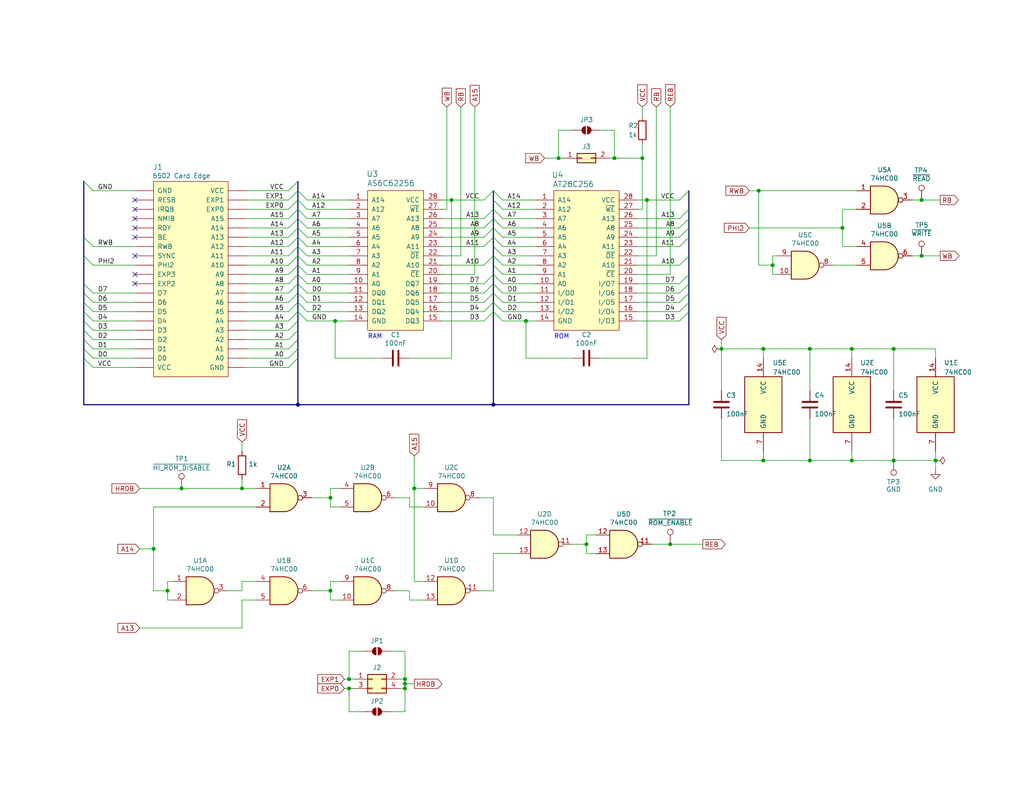
<source format=kicad_sch>
(kicad_sch (version 20250114) (generator "eeschema") (generator_version "9.0")
  (paper "USLetter")
  (title_block (title "6502 Memory Card") (date "2024-06-12") (rev "1.0") (company "A.C. Wright Design"))
  (lib_symbols
    (symbol "6502 Parts:6502 Card Edge" (pin_names (offset 1.016)) (in_bom no)
      (property "Reference" "J" (at -10.16 28.448 0))
      (property "Value" "6502 Card Edge" (at -5.588 26.924 0))
      (symbol "6502 Card Edge_1_0"
        (pin power_in line (at -15.24 22.86 0) (length 5.08) (name "GND") (number "GND"))
        (pin bidirectional line (at -15.24 20.32 0) (length 5.08) (name "RESB") (number "RESB"))
        (pin bidirectional line (at -15.24 17.78 0) (length 5.08) (name "IRQB") (number "IRQB"))
        (pin bidirectional line (at -15.24 15.24 0) (length 5.08) (name "NMIB") (number "NMIB"))
        (pin bidirectional line (at -15.24 12.7 0) (length 5.08) (name "RDY") (number "RDY"))
        (pin bidirectional line (at -15.24 10.16 0) (length 5.08) (name "BE") (number "BE"))
        (pin bidirectional line (at -15.24 7.62 0) (length 5.08) (name "RWB") (number "RWB"))
        (pin bidirectional line (at -15.24 5.08 0) (length 5.08) (name "SYNC") (number "SYNC"))
        (pin bidirectional line (at -15.24 2.54 0) (length 5.08) (name "PHI2") (number "PHI2"))
        (pin bidirectional line (at -15.24 0 0) (length 5.08) (name "EXP3") (number "EXP3"))
        (pin bidirectional line (at -15.24 -2.54 0) (length 5.08) (name "EXP2") (number "EXP2"))
        (pin bidirectional line (at -15.24 -5.08 0) (length 5.08) (name "D7") (number "D7"))
        (pin bidirectional line (at -15.24 -7.62 0) (length 5.08) (name "D6") (number "D6"))
        (pin bidirectional line (at -15.24 -10.16 0) (length 5.08) (name "D5") (number "D5"))
        (pin bidirectional line (at -15.24 -12.7 0) (length 5.08) (name "D4") (number "D4"))
        (pin bidirectional line (at -15.24 -15.24 0) (length 5.08) (name "D3") (number "D3"))
        (pin bidirectional line (at -15.24 -17.78 0) (length 5.08) (name "D2") (number "D2"))
        (pin bidirectional line (at -15.24 -20.32 0) (length 5.08) (name "D1") (number "D1"))
        (pin bidirectional line (at -15.24 -22.86 0) (length 5.08) (name "D0") (number "D0"))
        (pin power_in line (at -15.24 -25.4 0) (length 5.08) (name "VCC") (number "VCC"))
        (pin power_in line (at 15.24 22.86 180) (length 5.08) (name "VCC") (number "VCC"))
        (pin bidirectional line (at 15.24 20.32 180) (length 5.08) (name "EXP1") (number "EXP1"))
        (pin bidirectional line (at 15.24 17.78 180) (length 5.08) (name "EXP0") (number "EXP0"))
        (pin bidirectional line (at 15.24 15.24 180) (length 5.08) (name "A15") (number "A15"))
        (pin bidirectional line (at 15.24 12.7 180) (length 5.08) (name "A14") (number "A14"))
        (pin bidirectional line (at 15.24 10.16 180) (length 5.08) (name "A13") (number "A13"))
        (pin bidirectional line (at 15.24 7.62 180) (length 5.08) (name "A12") (number "A12"))
        (pin bidirectional line (at 15.24 5.08 180) (length 5.08) (name "A11") (number "A11"))
        (pin bidirectional line (at 15.24 2.54 180) (length 5.08) (name "A10") (number "A10"))
        (pin bidirectional line (at 15.24 0 180) (length 5.08) (name "A9") (number "A9"))
        (pin bidirectional line (at 15.24 -2.54 180) (length 5.08) (name "A8") (number "A8"))
        (pin bidirectional line (at 15.24 -5.08 180) (length 5.08) (name "A7") (number "A7"))
        (pin bidirectional line (at 15.24 -7.62 180) (length 5.08) (name "A6") (number "A6"))
        (pin bidirectional line (at 15.24 -10.16 180) (length 5.08) (name "A5") (number "A5"))
        (pin bidirectional line (at 15.24 -12.7 180) (length 5.08) (name "A4") (number "A4"))
        (pin bidirectional line (at 15.24 -15.24 180) (length 5.08) (name "A3") (number "A3"))
        (pin bidirectional line (at 15.24 -17.78 180) (length 5.08) (name "A2") (number "A2"))
        (pin bidirectional line (at 15.24 -20.32 180) (length 5.08) (name "A1") (number "A1"))
        (pin bidirectional line (at 15.24 -22.86 180) (length 5.08) (name "A0") (number "A0"))
        (pin power_in line (at 15.24 -25.4 180) (length 5.08) (name "GND") (number "GND"))
      )
    )
    (symbol "6502 Parts:AS6C62256" (pin_names (offset 1.016))
      (property "Reference" "U" (at 4.572 6.35 0))
      (property "Value" "AS6C62256" (at 4.826 4.064 0))
      (symbol "AS6C62256_1_0"
        (pin input line (at 0 0 0) (length 5.08) (name "A14") (number "1"))
        (pin input line (at 0 -2.54 0) (length 5.08) (name "A12") (number "2"))
        (pin input line (at 0 -5.08 0) (length 5.08) (name "A7") (number "3"))
        (pin input line (at 0 -7.62 0) (length 5.08) (name "A6") (number "4"))
        (pin input line (at 0 -10.16 0) (length 5.08) (name "A5") (number "5"))
        (pin input line (at 0 -12.7 0) (length 5.08) (name "A4") (number "6"))
        (pin input line (at 0 -15.24 0) (length 5.08) (name "A3") (number "7"))
        (pin input line (at 0 -17.78 0) (length 5.08) (name "A2") (number "8"))
        (pin input line (at 0 -20.32 0) (length 5.08) (name "A1") (number "9"))
        (pin input line (at 0 -22.86 0) (length 5.08) (name "A0") (number "10"))
        (pin bidirectional line (at 0 -25.4 0) (length 5.08) (name "DQ0") (number "11"))
        (pin bidirectional line (at 0 -27.94 0) (length 5.08) (name "DQ1") (number "12"))
        (pin bidirectional line (at 0 -30.48 0) (length 5.08) (name "DQ2") (number "13"))
        (pin power_in line (at 0 -33.02 0) (length 5.08) (name "GND") (number "14"))
        (pin power_in line (at 25.4 0 180) (length 5.08) (name "VCC") (number "28"))
        (pin input line (at 25.4 -2.54 180) (length 5.08) (name "~{WE}") (number "27"))
        (pin input line (at 25.4 -5.08 180) (length 5.08) (name "A13") (number "26"))
        (pin input line (at 25.4 -7.62 180) (length 5.08) (name "A8") (number "25"))
        (pin input line (at 25.4 -10.16 180) (length 5.08) (name "A9") (number "24"))
        (pin input line (at 25.4 -12.7 180) (length 5.08) (name "A11") (number "23"))
        (pin input line (at 25.4 -15.24 180) (length 5.08) (name "~{OE}") (number "22"))
        (pin input line (at 25.4 -17.78 180) (length 5.08) (name "A10") (number "21"))
        (pin input line (at 25.4 -20.32 180) (length 5.08) (name "~{CE}") (number "20"))
        (pin bidirectional line (at 25.4 -22.86 180) (length 5.08) (name "DQ7") (number "19"))
        (pin bidirectional line (at 25.4 -25.4 180) (length 5.08) (name "DQ6") (number "18"))
        (pin bidirectional line (at 25.4 -27.94 180) (length 5.08) (name "DQ5") (number "17"))
        (pin bidirectional line (at 25.4 -30.48 180) (length 5.08) (name "DQ4") (number "16"))
        (pin bidirectional line (at 25.4 -33.02 180) (length 5.08) (name "DQ3") (number "15"))
      )
    )
    (symbol "6502 Parts:AT28C256" (pin_names (offset 1.016))
      (property "Reference" "U" (at 4.826 6.858 0))
      (property "Value" "AT28C256" (at 4.826 4.318 0))
      (symbol "AT28C256_1_0"
        (pin bidirectional line (at 0 0 0) (length 5.08) (name "A14") (number "1"))
        (pin bidirectional line (at 0 -2.54 0) (length 5.08) (name "A12") (number "2"))
        (pin bidirectional line (at 0 -5.08 0) (length 5.08) (name "A7") (number "3"))
        (pin bidirectional line (at 0 -7.62 0) (length 5.08) (name "A6") (number "4"))
        (pin bidirectional line (at 0 -10.16 0) (length 5.08) (name "A5") (number "5"))
        (pin bidirectional line (at 0 -12.7 0) (length 5.08) (name "A4") (number "6"))
        (pin bidirectional line (at 0 -15.24 0) (length 5.08) (name "A3") (number "7"))
        (pin bidirectional line (at 0 -17.78 0) (length 5.08) (name "A2") (number "8"))
        (pin bidirectional line (at 0 -20.32 0) (length 5.08) (name "A1") (number "9"))
        (pin bidirectional line (at 0 -22.86 0) (length 5.08) (name "A0") (number "10"))
        (pin bidirectional line (at 0 -25.4 0) (length 5.08) (name "I/O0") (number "11"))
        (pin bidirectional line (at 0 -27.94 0) (length 5.08) (name "I/O1") (number "12"))
        (pin bidirectional line (at 0 -30.48 0) (length 5.08) (name "I/O2") (number "13"))
        (pin power_in line (at 0 -33.02 0) (length 5.08) (name "GND") (number "14"))
        (pin power_in line (at 27.94 0 180) (length 5.08) (name "VCC") (number "28"))
        (pin bidirectional line (at 27.94 -2.54 180) (length 5.08) (name "~{WE}") (number "27"))
        (pin bidirectional line (at 27.94 -5.08 180) (length 5.08) (name "A13") (number "26"))
        (pin bidirectional line (at 27.94 -7.62 180) (length 5.08) (name "A8") (number "25"))
        (pin bidirectional line (at 27.94 -10.16 180) (length 5.08) (name "A9") (number "24"))
        (pin bidirectional line (at 27.94 -12.7 180) (length 5.08) (name "A11") (number "23"))
        (pin bidirectional line (at 27.94 -15.24 180) (length 5.08) (name "~{OE}") (number "22"))
        (pin bidirectional line (at 27.94 -17.78 180) (length 5.08) (name "A10") (number "21"))
        (pin bidirectional line (at 27.94 -20.32 180) (length 5.08) (name "~{CE}") (number "20"))
        (pin bidirectional line (at 27.94 -22.86 180) (length 5.08) (name "I/O7") (number "19"))
        (pin bidirectional line (at 27.94 -25.4 180) (length 5.08) (name "I/O6") (number "18"))
        (pin bidirectional line (at 27.94 -27.94 180) (length 5.08) (name "I/O5") (number "17"))
        (pin bidirectional line (at 27.94 -30.48 180) (length 5.08) (name "I/O4") (number "16"))
        (pin bidirectional line (at 27.94 -33.02 180) (length 5.08) (name "I/O3") (number "15"))
      )
    )
    (symbol "74xx:74HC00" (pin_names (offset 1.016))
      (property "Reference" "U" (at 0 1.27 0))
      (property "Value" "74HC00" (at 0 -1.27 0))
      (symbol "74HC00_1_1"
        (pin input line (at -7.62 2.54 0) (length 3.81) (name "~") (number "1"))
        (pin input line (at -7.62 -2.54 0) (length 3.81) (name "~") (number "2"))
        (pin output inverted (at 7.62 0 180) (length 3.81) (name "~") (number "3"))
      )
      (symbol "74HC00_1_2"
        (pin input inverted (at -7.62 2.54 0) (length 4.318) (name "~") (number "1"))
        (pin input inverted (at -7.62 -2.54 0) (length 4.318) (name "~") (number "2"))
        (pin output line (at 7.62 0 180) (length 3.81) (name "~") (number "3"))
      )
      (symbol "74HC00_2_1"
        (pin input line (at -7.62 2.54 0) (length 3.81) (name "~") (number "4"))
        (pin input line (at -7.62 -2.54 0) (length 3.81) (name "~") (number "5"))
        (pin output inverted (at 7.62 0 180) (length 3.81) (name "~") (number "6"))
      )
      (symbol "74HC00_2_2"
        (pin input inverted (at -7.62 2.54 0) (length 4.318) (name "~") (number "4"))
        (pin input inverted (at -7.62 -2.54 0) (length 4.318) (name "~") (number "5"))
        (pin output line (at 7.62 0 180) (length 3.81) (name "~") (number "6"))
      )
      (symbol "74HC00_3_1"
        (pin input line (at -7.62 2.54 0) (length 3.81) (name "~") (number "9"))
        (pin input line (at -7.62 -2.54 0) (length 3.81) (name "~") (number "10"))
        (pin output inverted (at 7.62 0 180) (length 3.81) (name "~") (number "8"))
      )
      (symbol "74HC00_3_2"
        (pin input inverted (at -7.62 2.54 0) (length 4.318) (name "~") (number "9"))
        (pin input inverted (at -7.62 -2.54 0) (length 4.318) (name "~") (number "10"))
        (pin output line (at 7.62 0 180) (length 3.81) (name "~") (number "8"))
      )
      (symbol "74HC00_4_1"
        (pin input line (at -7.62 2.54 0) (length 3.81) (name "~") (number "12"))
        (pin input line (at -7.62 -2.54 0) (length 3.81) (name "~") (number "13"))
        (pin output inverted (at 7.62 0 180) (length 3.81) (name "~") (number "11"))
      )
      (symbol "74HC00_4_2"
        (pin input inverted (at -7.62 2.54 0) (length 4.318) (name "~") (number "12"))
        (pin input inverted (at -7.62 -2.54 0) (length 4.318) (name "~") (number "13"))
        (pin output line (at 7.62 0 180) (length 3.81) (name "~") (number "11"))
      )
      (symbol "74HC00_5_0"
        (pin power_in line (at 0 12.7 270) (length 5.08) (name "VCC") (number "14"))
        (pin power_in line (at 0 -12.7 90) (length 5.08) (name "GND") (number "7"))
      )
    )
    (symbol "Connector:TestPoint" (pin_numbers (hide yes)) (pin_names (offset 0.762) (hide yes))
      (property "Reference" "TP" (at 0 6.858 0))
      (property "Value" "TestPoint" (at 0 5.08 0))
      (symbol "TestPoint_1_1"
        (pin passive line (at 0 0 90) (length 2.54) (name "1") (number "1"))
      )
    )
    (symbol "Connector_Generic:Conn_02x01" (pin_names (offset 1.016) (hide yes))
      (property "Reference" "J" (at 1.27 2.54 0))
      (property "Value" "Conn_02x01" (at 1.27 -2.54 0))
      (symbol "Conn_02x01_1_1"
        (pin passive line (at -5.08 0 0) (length 3.81) (name "Pin_1") (number "1"))
        (pin passive line (at 7.62 0 180) (length 3.81) (name "Pin_2") (number "2"))
      )
    )
    (symbol "Connector_Generic:Conn_02x02_Odd_Even" (pin_names (offset 1.016) (hide yes))
      (property "Reference" "J" (at 1.27 2.54 0))
      (property "Value" "Conn_02x02_Odd_Even" (at 1.27 -5.08 0))
      (symbol "Conn_02x02_Odd_Even_1_1"
        (pin passive line (at -5.08 0 0) (length 3.81) (name "Pin_1") (number "1"))
        (pin passive line (at -5.08 -2.54 0) (length 3.81) (name "Pin_3") (number "3"))
        (pin passive line (at 7.62 0 180) (length 3.81) (name "Pin_2") (number "2"))
        (pin passive line (at 7.62 -2.54 180) (length 3.81) (name "Pin_4") (number "4"))
      )
    )
    (symbol "Device:C" (pin_numbers (hide yes)) (pin_names (offset 0.254))
      (property "Reference" "C" (at 0.635 2.54 0))
      (property "Value" "C" (at 0.635 -2.54 0))
      (symbol "C_1_1"
        (pin passive line (at 0 3.81 270) (length 2.794) (name "~") (number "1"))
        (pin passive line (at 0 -3.81 90) (length 2.794) (name "~") (number "2"))
      )
    )
    (symbol "Device:R" (pin_numbers (hide yes)) (pin_names (offset 0))
      (property "Reference" "R" (at 2.032 0 90))
      (property "Value" "R" (at 0 0 90))
      (symbol "R_1_1"
        (pin passive line (at 0 3.81 270) (length 1.27) (name "~") (number "1"))
        (pin passive line (at 0 -3.81 90) (length 1.27) (name "~") (number "2"))
      )
    )
    (symbol "Jumper:SolderJumper_2_Open" (pin_numbers (hide yes)) (pin_names (offset 0) (hide yes)) (exclude_from_sim yes) (in_bom no)
      (property "Reference" "JP" (at 0 2.032 0))
      (property "Value" "SolderJumper_2_Open" (at 0 -2.54 0))
      (symbol "SolderJumper_2_Open_1_1"
        (pin passive line (at -3.81 0 0) (length 2.54) (name "A") (number "1"))
        (pin passive line (at 3.81 0 180) (length 2.54) (name "B") (number "2"))
      )
    )
    (symbol "power:GND" (power) (pin_numbers (hide yes)) (pin_names (offset 0) (hide yes))
      (property "Value" "GND" (at 0 -3.81 0))
      (symbol "GND_1_1"
        (pin power_in line (at 0 0 270) (length 0) (name "~") (number "1"))
      )
    )
    (symbol "power:PWR_FLAG" (power) (pin_numbers (hide yes)) (pin_names (offset 0) (hide yes))
      (property "Value" "PWR_FLAG" (at 0 3.81 0))
      (symbol "PWR_FLAG_0_0"
        (pin power_out line (at 0 0 90) (length 0) (name "~") (number "1"))
      )
    )
  )
  (text "RAM" (at 100.33 92.71 0) (effects (font (size 1.27 1.27)) (justify left bottom)))
  (text "ROM" (at 151.13 92.71 0) (effects (font (size 1.27 1.27)) (justify left bottom)))
  (junction (at 210.82 72.39))
  (junction (at 175.26 43.18))
  (junction (at 220.98 95.25))
  (junction (at 208.28 95.25))
  (junction (at 90.17 135.89))
  (junction (at 66.04 133.35))
  (junction (at 123.19 54.61))
  (junction (at 95.25 185.42))
  (junction (at 207.01 52.07))
  (junction (at 134.62 110.49))
  (junction (at 91.44 87.63))
  (junction (at 255.27 125.73))
  (junction (at 243.84 125.73))
  (junction (at 81.28 110.49))
  (junction (at 229.87 62.23))
  (junction (at 196.85 95.25))
  (junction (at 220.98 125.73))
  (junction (at 232.41 95.25))
  (junction (at 160.02 148.59))
  (junction (at 90.17 161.29))
  (junction (at 251.46 54.61))
  (junction (at 182.88 148.59))
  (junction (at 208.28 125.73))
  (junction (at 49.53 133.35))
  (junction (at 110.49 187.96))
  (junction (at 95.25 187.96))
  (junction (at 110.49 185.42))
  (junction (at 113.03 133.35))
  (junction (at 45.72 161.29))
  (junction (at 41.91 149.86))
  (junction (at 232.41 125.73))
  (junction (at 167.64 43.18))
  (junction (at 243.84 95.25))
  (junction (at 251.46 69.85))
  (junction (at 176.53 54.61))
  (junction (at 143.51 87.63))
  (junction (at 110.49 186.69))
  (junction (at 152.4 43.18))
  (no_connect (at 36.83 64.77))
  (no_connect (at 36.83 54.61))
  (no_connect (at 36.83 59.69))
  (no_connect (at 36.83 57.15))
  (no_connect (at 36.83 69.85))
  (no_connect (at 36.83 77.47))
  (no_connect (at 36.83 74.93))
  (no_connect (at 36.83 62.23))
  (bus_entry (at 134.62 64.77) (size 2.54 2.54))
  (bus_entry (at 81.28 77.47) (size 2.54 2.54))
  (bus_entry (at 187.96 62.23) (size -2.54 2.54))
  (bus_entry (at 78.74 100.33) (size 2.54 -2.54))
  (bus_entry (at 81.28 74.93) (size 2.54 2.54))
  (bus_entry (at 22.86 77.47) (size 2.54 2.54))
  (bus_entry (at 81.28 69.85) (size 2.54 2.54))
  (bus_entry (at 78.74 52.07) (size 2.54 -2.54))
  (bus_entry (at 134.62 85.09) (size -2.54 2.54))
  (bus_entry (at 81.28 54.61) (size 2.54 2.54))
  (bus_entry (at 81.28 67.31) (size 2.54 2.54))
  (bus_entry (at 81.28 92.71) (size -2.54 2.54))
  (bus_entry (at 81.28 59.69) (size -2.54 2.54))
  (bus_entry (at 22.86 49.53) (size 2.54 2.54))
  (bus_entry (at 22.86 97.79) (size 2.54 2.54))
  (bus_entry (at 81.28 80.01) (size -2.54 2.54))
  (bus_entry (at 134.62 80.01) (size -2.54 2.54))
  (bus_entry (at 187.96 74.93) (size -2.54 2.54))
  (bus_entry (at 134.62 82.55) (size 2.54 2.54))
  (bus_entry (at 81.28 82.55) (size -2.54 2.54))
  (bus_entry (at 187.96 52.07) (size -2.54 2.54))
  (bus_entry (at 81.28 64.77) (size -2.54 2.54))
  (bus_entry (at 81.28 52.07) (size 2.54 2.54))
  (bus_entry (at 81.28 72.39) (size -2.54 2.54))
  (bus_entry (at 81.28 95.25) (size -2.54 2.54))
  (bus_entry (at 22.86 80.01) (size 2.54 2.54))
  (bus_entry (at 134.62 80.01) (size 2.54 2.54))
  (bus_entry (at 134.62 74.93) (size -2.54 2.54))
  (bus_entry (at 134.62 74.93) (size 2.54 2.54))
  (bus_entry (at 134.62 57.15) (size 2.54 2.54))
  (bus_entry (at 134.62 54.61) (size 2.54 2.54))
  (bus_entry (at 187.96 64.77) (size -2.54 2.54))
  (bus_entry (at 81.28 62.23) (size -2.54 2.54))
  (bus_entry (at 22.86 87.63) (size 2.54 2.54))
  (bus_entry (at 22.86 90.17) (size 2.54 2.54))
  (bus_entry (at 134.62 62.23) (size -2.54 2.54))
  (bus_entry (at 81.28 87.63) (size -2.54 2.54))
  (bus_entry (at 134.62 52.07) (size -2.54 2.54))
  (bus_entry (at 81.28 69.85) (size -2.54 2.54))
  (bus_entry (at 81.28 57.15) (size -2.54 2.54))
  (bus_entry (at 134.62 77.47) (size -2.54 2.54))
  (bus_entry (at 134.62 85.09) (size 2.54 2.54))
  (bus_entry (at 134.62 72.39) (size 2.54 2.54))
  (bus_entry (at 81.28 74.93) (size -2.54 2.54))
  (bus_entry (at 22.86 85.09) (size 2.54 2.54))
  (bus_entry (at 81.28 59.69) (size 2.54 2.54))
  (bus_entry (at 187.96 85.09) (size -2.54 2.54))
  (bus_entry (at 134.62 52.07) (size 2.54 2.54))
  (bus_entry (at 81.28 72.39) (size 2.54 2.54))
  (bus_entry (at 81.28 54.61) (size -2.54 2.54))
  (bus_entry (at 187.96 59.69) (size -2.54 2.54))
  (bus_entry (at 187.96 77.47) (size -2.54 2.54))
  (bus_entry (at 81.28 85.09) (size -2.54 2.54))
  (bus_entry (at 22.86 82.55) (size 2.54 2.54))
  (bus_entry (at 81.28 62.23) (size 2.54 2.54))
  (bus_entry (at 81.28 77.47) (size -2.54 2.54))
  (bus_entry (at 81.28 67.31) (size -2.54 2.54))
  (bus_entry (at 22.86 92.71) (size 2.54 2.54))
  (bus_entry (at 81.28 57.15) (size 2.54 2.54))
  (bus_entry (at 187.96 80.01) (size -2.54 2.54))
  (bus_entry (at 134.62 62.23) (size 2.54 2.54))
  (bus_entry (at 22.86 95.25) (size 2.54 2.54))
  (bus_entry (at 134.62 59.69) (size 2.54 2.54))
  (bus_entry (at 134.62 69.85) (size 2.54 2.54))
  (bus_entry (at 187.96 57.15) (size -2.54 2.54))
  (bus_entry (at 187.96 69.85) (size -2.54 2.54))
  (bus_entry (at 134.62 59.69) (size -2.54 2.54))
  (bus_entry (at 134.62 77.47) (size 2.54 2.54))
  (bus_entry (at 81.28 90.17) (size -2.54 2.54))
  (bus_entry (at 22.86 69.85) (size 2.54 2.54))
  (bus_entry (at 81.28 80.01) (size 2.54 2.54))
  (bus_entry (at 134.62 57.15) (size -2.54 2.54))
  (bus_entry (at 134.62 64.77) (size -2.54 2.54))
  (bus_entry (at 134.62 67.31) (size 2.54 2.54))
  (bus_entry (at 81.28 52.07) (size -2.54 2.54))
  (bus_entry (at 134.62 69.85) (size -2.54 2.54))
  (bus_entry (at 134.62 82.55) (size -2.54 2.54))
  (bus_entry (at 81.28 64.77) (size 2.54 2.54))
  (bus_entry (at 22.86 64.77) (size 2.54 2.54))
  (bus_entry (at 187.96 82.55) (size -2.54 2.54))
  (bus_entry (at 81.28 85.09) (size 2.54 2.54))
  (bus_entry (at 81.28 82.55) (size 2.54 2.54))
  (wire (pts (xy 137.16 54.61) (xy 146.05 54.61)))
  (wire (pts (xy 120.65 69.85) (xy 125.73 69.85)))
  (wire (pts (xy 196.85 114.3) (xy 196.85 125.73)))
  (wire (pts (xy 185.42 64.77) (xy 173.99 64.77)))
  (wire (pts (xy 167.64 43.18) (xy 175.26 43.18)))
  (wire (pts (xy 185.42 82.55) (xy 173.99 82.55)))
  (wire (pts (xy 232.41 125.73) (xy 232.41 123.19)))
  (wire (pts (xy 41.91 149.86) (xy 41.91 138.43)))
  (wire (pts (xy 36.83 87.63) (xy 25.4 87.63)))
  (wire (pts (xy 166.37 43.18) (xy 167.64 43.18)))
  (wire (pts (xy 229.87 57.15) (xy 229.87 62.23)))
  (wire (pts (xy 113.03 158.75) (xy 115.57 158.75)))
  (wire (pts (xy 212.09 74.93) (xy 210.82 74.93)))
  (wire (pts (xy 185.42 59.69) (xy 173.99 59.69)))
  (wire (pts (xy 132.08 72.39) (xy 120.65 72.39)))
  (wire (pts (xy 232.41 95.25) (xy 243.84 95.25)))
  (wire (pts (xy 95.25 177.8) (xy 99.06 177.8)))
  (wire (pts (xy 113.03 133.35) (xy 113.03 158.75)))
  (bus (pts (xy 81.28 97.79) (xy 81.28 110.49)))
  (wire (pts (xy 111.76 97.79) (xy 123.19 97.79)))
  (wire (pts (xy 95.25 87.63) (xy 91.44 87.63)))
  (wire (pts (xy 67.31 64.77) (xy 78.74 64.77)))
  (bus (pts (xy 134.62 82.55) (xy 134.62 85.09)))
  (wire (pts (xy 176.53 97.79) (xy 176.53 54.61)))
  (bus (pts (xy 81.28 62.23) (xy 81.28 64.77)))
  (wire (pts (xy 36.83 82.55) (xy 25.4 82.55)))
  (wire (pts (xy 229.87 62.23) (xy 204.47 62.23)))
  (wire (pts (xy 45.72 161.29) (xy 41.91 161.29)))
  (wire (pts (xy 132.08 67.31) (xy 120.65 67.31)))
  (wire (pts (xy 243.84 125.73) (xy 255.27 125.73)))
  (wire (pts (xy 90.17 138.43) (xy 92.71 138.43)))
  (wire (pts (xy 95.25 194.31) (xy 99.06 194.31)))
  (bus (pts (xy 187.96 77.47) (xy 187.96 80.01)))
  (wire (pts (xy 36.83 97.79) (xy 25.4 97.79)))
  (wire (pts (xy 196.85 125.73) (xy 208.28 125.73)))
  (wire (pts (xy 95.25 74.93) (xy 83.82 74.93)))
  (wire (pts (xy 95.25 80.01) (xy 83.82 80.01)))
  (bus (pts (xy 134.62 69.85) (xy 134.62 72.39)))
  (wire (pts (xy 196.85 95.25) (xy 208.28 95.25)))
  (bus (pts (xy 134.62 52.07) (xy 134.62 54.61)))
  (wire (pts (xy 120.65 80.01) (xy 132.08 80.01)))
  (wire (pts (xy 95.25 194.31) (xy 95.25 187.96)))
  (wire (pts (xy 83.82 67.31) (xy 95.25 67.31)))
  (wire (pts (xy 25.4 95.25) (xy 36.83 95.25)))
  (wire (pts (xy 111.76 161.29) (xy 107.95 161.29)))
  (wire (pts (xy 36.83 92.71) (xy 25.4 92.71)))
  (wire (pts (xy 90.17 163.83) (xy 92.71 163.83)))
  (wire (pts (xy 210.82 69.85) (xy 212.09 69.85)))
  (bus (pts (xy 187.96 62.23) (xy 187.96 64.77)))
  (wire (pts (xy 90.17 135.89) (xy 90.17 138.43)))
  (wire (pts (xy 25.4 52.07) (xy 36.83 52.07)))
  (bus (pts (xy 187.96 82.55) (xy 187.96 85.09)))
  (wire (pts (xy 45.72 163.83) (xy 46.99 163.83)))
  (wire (pts (xy 210.82 74.93) (xy 210.82 72.39)))
  (wire (pts (xy 146.05 57.15) (xy 137.16 57.15)))
  (wire (pts (xy 210.82 72.39) (xy 210.82 69.85)))
  (wire (pts (xy 173.99 74.93) (xy 182.88 74.93)))
  (wire (pts (xy 220.98 106.68) (xy 220.98 95.25)))
  (bus (pts (xy 22.86 110.49) (xy 81.28 110.49)))
  (wire (pts (xy 25.4 67.31) (xy 36.83 67.31)))
  (wire (pts (xy 255.27 125.73) (xy 255.27 128.27)))
  (wire (pts (xy 41.91 138.43) (xy 69.85 138.43)))
  (wire (pts (xy 83.82 85.09) (xy 95.25 85.09)))
  (wire (pts (xy 220.98 114.3) (xy 220.98 125.73)))
  (bus (pts (xy 22.86 95.25) (xy 22.86 97.79)))
  (wire (pts (xy 207.01 52.07) (xy 233.68 52.07)))
  (bus (pts (xy 22.86 64.77) (xy 22.86 69.85)))
  (wire (pts (xy 173.99 62.23) (xy 185.42 62.23)))
  (wire (pts (xy 106.68 177.8) (xy 110.49 177.8)))
  (wire (pts (xy 110.49 186.69) (xy 113.03 186.69)))
  (wire (pts (xy 83.82 57.15) (xy 95.25 57.15)))
  (wire (pts (xy 120.65 77.47) (xy 132.08 77.47)))
  (wire (pts (xy 132.08 85.09) (xy 120.65 85.09)))
  (wire (pts (xy 132.08 62.23) (xy 120.65 62.23)))
  (wire (pts (xy 196.85 95.25) (xy 196.85 92.71)))
  (wire (pts (xy 134.62 135.89) (xy 134.62 146.05)))
  (wire (pts (xy 46.99 158.75) (xy 45.72 158.75)))
  (bus (pts (xy 134.62 57.15) (xy 134.62 59.69)))
  (bus (pts (xy 22.86 69.85) (xy 22.86 77.47)))
  (wire (pts (xy 83.82 72.39) (xy 95.25 72.39)))
  (bus (pts (xy 187.96 80.01) (xy 187.96 82.55)))
  (wire (pts (xy 220.98 125.73) (xy 232.41 125.73)))
  (wire (pts (xy 255.27 125.73) (xy 255.27 123.19)))
  (wire (pts (xy 137.16 59.69) (xy 146.05 59.69)))
  (bus (pts (xy 81.28 59.69) (xy 81.28 62.23)))
  (wire (pts (xy 115.57 163.83) (xy 111.76 163.83)))
  (bus (pts (xy 81.28 72.39) (xy 81.28 74.93)))
  (wire (pts (xy 67.31 82.55) (xy 78.74 82.55)))
  (wire (pts (xy 146.05 87.63) (xy 143.51 87.63)))
  (wire (pts (xy 176.53 54.61) (xy 185.42 54.61)))
  (wire (pts (xy 25.4 80.01) (xy 36.83 80.01)))
  (wire (pts (xy 173.99 72.39) (xy 185.42 72.39)))
  (wire (pts (xy 137.16 74.93) (xy 146.05 74.93)))
  (wire (pts (xy 248.92 54.61) (xy 251.46 54.61)))
  (wire (pts (xy 140.97 151.13) (xy 134.62 151.13)))
  (wire (pts (xy 185.42 87.63) (xy 173.99 87.63)))
  (bus (pts (xy 134.62 74.93) (xy 134.62 77.47)))
  (wire (pts (xy 83.82 64.77) (xy 95.25 64.77)))
  (wire (pts (xy 232.41 125.73) (xy 243.84 125.73)))
  (wire (pts (xy 137.16 85.09) (xy 146.05 85.09)))
  (bus (pts (xy 22.86 87.63) (xy 22.86 90.17)))
  (wire (pts (xy 67.31 95.25) (xy 78.74 95.25)))
  (wire (pts (xy 243.84 95.25) (xy 255.27 95.25)))
  (wire (pts (xy 67.31 52.07) (xy 78.74 52.07)))
  (bus (pts (xy 81.28 52.07) (xy 81.28 54.61)))
  (wire (pts (xy 132.08 87.63) (xy 120.65 87.63)))
  (wire (pts (xy 143.51 87.63) (xy 143.51 97.79)))
  (wire (pts (xy 113.03 133.35) (xy 113.03 124.46)))
  (wire (pts (xy 208.28 97.79) (xy 208.28 95.25)))
  (wire (pts (xy 163.83 97.79) (xy 176.53 97.79)))
  (wire (pts (xy 248.92 69.85) (xy 251.46 69.85)))
  (wire (pts (xy 210.82 72.39) (xy 207.01 72.39)))
  (wire (pts (xy 208.28 125.73) (xy 220.98 125.73)))
  (wire (pts (xy 95.25 54.61) (xy 83.82 54.61)))
  (wire (pts (xy 45.72 158.75) (xy 45.72 161.29)))
  (wire (pts (xy 90.17 133.35) (xy 90.17 135.89)))
  (wire (pts (xy 111.76 135.89) (xy 107.95 135.89)))
  (wire (pts (xy 163.83 35.56) (xy 167.64 35.56)))
  (bus (pts (xy 81.28 64.77) (xy 81.28 67.31)))
  (wire (pts (xy 111.76 138.43) (xy 111.76 135.89)))
  (wire (pts (xy 160.02 151.13) (xy 162.56 151.13)))
  (bus (pts (xy 81.28 87.63) (xy 81.28 90.17)))
  (wire (pts (xy 110.49 187.96) (xy 110.49 194.31)))
  (wire (pts (xy 96.52 187.96) (xy 95.25 187.96)))
  (wire (pts (xy 173.99 57.15) (xy 175.26 57.15)))
  (wire (pts (xy 91.44 87.63) (xy 91.44 97.79)))
  (wire (pts (xy 110.49 194.31) (xy 106.68 194.31)))
  (wire (pts (xy 49.53 133.35) (xy 38.1 133.35)))
  (wire (pts (xy 67.31 87.63) (xy 78.74 87.63)))
  (wire (pts (xy 251.46 54.61) (xy 256.54 54.61)))
  (wire (pts (xy 110.49 177.8) (xy 110.49 185.42)))
  (wire (pts (xy 182.88 148.59) (xy 191.77 148.59)))
  (wire (pts (xy 134.62 161.29) (xy 134.62 151.13)))
  (wire (pts (xy 25.4 90.17) (xy 36.83 90.17)))
  (wire (pts (xy 67.31 69.85) (xy 78.74 69.85)))
  (wire (pts (xy 160.02 148.59) (xy 160.02 151.13)))
  (wire (pts (xy 175.26 31.75) (xy 175.26 29.21)))
  (wire (pts (xy 130.81 161.29) (xy 134.62 161.29)))
  (wire (pts (xy 146.05 72.39) (xy 137.16 72.39)))
  (bus (pts (xy 187.96 69.85) (xy 187.96 74.93)))
  (wire (pts (xy 111.76 163.83) (xy 111.76 161.29)))
  (wire (pts (xy 208.28 95.25) (xy 220.98 95.25)))
  (wire (pts (xy 92.71 133.35) (xy 90.17 133.35)))
  (wire (pts (xy 175.26 57.15) (xy 175.26 43.18)))
  (bus (pts (xy 81.28 95.25) (xy 81.28 97.79)))
  (wire (pts (xy 115.57 133.35) (xy 113.03 133.35)))
  (wire (pts (xy 255.27 95.25) (xy 255.27 97.79)))
  (wire (pts (xy 177.8 148.59) (xy 182.88 148.59)))
  (wire (pts (xy 207.01 52.07) (xy 204.47 52.07)))
  (wire (pts (xy 95.25 177.8) (xy 95.25 185.42)))
  (bus (pts (xy 81.28 82.55) (xy 81.28 85.09)))
  (wire (pts (xy 78.74 85.09) (xy 67.31 85.09)))
  (wire (pts (xy 25.4 85.09) (xy 36.83 85.09)))
  (wire (pts (xy 90.17 161.29) (xy 90.17 163.83)))
  (wire (pts (xy 78.74 90.17) (xy 67.31 90.17)))
  (wire (pts (xy 78.74 97.79) (xy 67.31 97.79)))
  (wire (pts (xy 83.82 59.69) (xy 95.25 59.69)))
  (wire (pts (xy 95.25 185.42) (xy 93.98 185.42)))
  (bus (pts (xy 81.28 110.49) (xy 134.62 110.49)))
  (bus (pts (xy 134.62 54.61) (xy 134.62 57.15)))
  (wire (pts (xy 120.65 59.69) (xy 132.08 59.69)))
  (wire (pts (xy 67.31 77.47) (xy 78.74 77.47)))
  (bus (pts (xy 187.96 85.09) (xy 187.96 110.49)))
  (wire (pts (xy 67.31 54.61) (xy 78.74 54.61)))
  (wire (pts (xy 173.99 85.09) (xy 185.42 85.09)))
  (wire (pts (xy 69.85 133.35) (xy 66.04 133.35)))
  (wire (pts (xy 109.22 185.42) (xy 110.49 185.42)))
  (wire (pts (xy 120.65 82.55) (xy 132.08 82.55)))
  (wire (pts (xy 129.54 74.93) (xy 129.54 29.21)))
  (bus (pts (xy 81.28 69.85) (xy 81.28 72.39)))
  (wire (pts (xy 173.99 54.61) (xy 176.53 54.61)))
  (wire (pts (xy 67.31 92.71) (xy 78.74 92.71)))
  (wire (pts (xy 66.04 130.81) (xy 66.04 133.35)))
  (wire (pts (xy 160.02 146.05) (xy 160.02 148.59)))
  (wire (pts (xy 146.05 82.55) (xy 137.16 82.55)))
  (wire (pts (xy 67.31 59.69) (xy 78.74 59.69)))
  (bus (pts (xy 134.62 62.23) (xy 134.62 64.77)))
  (wire (pts (xy 130.81 135.89) (xy 134.62 135.89)))
  (wire (pts (xy 66.04 158.75) (xy 69.85 158.75)))
  (bus (pts (xy 81.28 54.61) (xy 81.28 57.15)))
  (wire (pts (xy 25.4 100.33) (xy 36.83 100.33)))
  (wire (pts (xy 66.04 133.35) (xy 49.53 133.35)))
  (bus (pts (xy 134.62 77.47) (xy 134.62 80.01)))
  (wire (pts (xy 207.01 72.39) (xy 207.01 52.07)))
  (bus (pts (xy 22.86 92.71) (xy 22.86 95.25)))
  (wire (pts (xy 120.65 74.93) (xy 129.54 74.93)))
  (bus (pts (xy 22.86 82.55) (xy 22.86 85.09)))
  (wire (pts (xy 123.19 97.79) (xy 123.19 54.61)))
  (bus (pts (xy 22.86 85.09) (xy 22.86 87.63)))
  (wire (pts (xy 162.56 146.05) (xy 160.02 146.05)))
  (wire (pts (xy 156.21 35.56) (xy 152.4 35.56)))
  (wire (pts (xy 110.49 187.96) (xy 109.22 187.96)))
  (wire (pts (xy 90.17 158.75) (xy 92.71 158.75)))
  (wire (pts (xy 66.04 123.19) (xy 66.04 120.65)))
  (wire (pts (xy 229.87 67.31) (xy 233.68 67.31)))
  (wire (pts (xy 167.64 35.56) (xy 167.64 43.18)))
  (wire (pts (xy 83.82 82.55) (xy 95.25 82.55)))
  (wire (pts (xy 66.04 163.83) (xy 66.04 171.45)))
  (bus (pts (xy 187.96 52.07) (xy 187.96 57.15)))
  (wire (pts (xy 185.42 77.47) (xy 173.99 77.47)))
  (bus (pts (xy 22.86 80.01) (xy 22.86 82.55)))
  (wire (pts (xy 233.68 57.15) (xy 229.87 57.15)))
  (wire (pts (xy 232.41 95.25) (xy 232.41 97.79)))
  (wire (pts (xy 173.99 67.31) (xy 185.42 67.31)))
  (wire (pts (xy 146.05 77.47) (xy 137.16 77.47)))
  (wire (pts (xy 143.51 87.63) (xy 137.16 87.63)))
  (wire (pts (xy 146.05 62.23) (xy 137.16 62.23)))
  (bus (pts (xy 134.62 67.31) (xy 134.62 69.85)))
  (wire (pts (xy 137.16 64.77) (xy 146.05 64.77)))
  (bus (pts (xy 187.96 64.77) (xy 187.96 69.85)))
  (wire (pts (xy 91.44 87.63) (xy 83.82 87.63)))
  (wire (pts (xy 85.09 161.29) (xy 90.17 161.29)))
  (bus (pts (xy 81.28 90.17) (xy 81.28 92.71)))
  (wire (pts (xy 95.25 62.23) (xy 83.82 62.23)))
  (wire (pts (xy 41.91 149.86) (xy 38.1 149.86)))
  (bus (pts (xy 134.62 64.77) (xy 134.62 67.31)))
  (wire (pts (xy 137.16 69.85) (xy 146.05 69.85)))
  (wire (pts (xy 173.99 80.01) (xy 185.42 80.01)))
  (wire (pts (xy 227.33 72.39) (xy 233.68 72.39)))
  (wire (pts (xy 69.85 163.83) (xy 66.04 163.83)))
  (wire (pts (xy 41.91 161.29) (xy 41.91 149.86)))
  (bus (pts (xy 187.96 57.15) (xy 187.96 59.69)))
  (wire (pts (xy 67.31 74.93) (xy 78.74 74.93)))
  (wire (pts (xy 123.19 54.61) (xy 132.08 54.61)))
  (bus (pts (xy 81.28 85.09) (xy 81.28 87.63)))
  (wire (pts (xy 175.26 43.18) (xy 175.26 39.37)))
  (wire (pts (xy 95.25 69.85) (xy 83.82 69.85)))
  (wire (pts (xy 251.46 69.85) (xy 256.54 69.85)))
  (bus (pts (xy 81.28 92.71) (xy 81.28 95.25)))
  (bus (pts (xy 81.28 74.93) (xy 81.28 77.47)))
  (wire (pts (xy 91.44 97.79) (xy 104.14 97.79)))
  (wire (pts (xy 83.82 77.47) (xy 95.25 77.47)))
  (bus (pts (xy 134.62 72.39) (xy 134.62 74.93)))
  (wire (pts (xy 78.74 80.01) (xy 67.31 80.01)))
  (bus (pts (xy 134.62 59.69) (xy 134.62 62.23)))
  (wire (pts (xy 78.74 62.23) (xy 67.31 62.23)))
  (wire (pts (xy 120.65 57.15) (xy 121.92 57.15)))
  (wire (pts (xy 156.21 148.59) (xy 160.02 148.59)))
  (wire (pts (xy 220.98 95.25) (xy 232.41 95.25)))
  (wire (pts (xy 110.49 186.69) (xy 110.49 187.96)))
  (bus (pts (xy 81.28 80.01) (xy 81.28 82.55)))
  (wire (pts (xy 96.52 185.42) (xy 95.25 185.42)))
  (wire (pts (xy 90.17 158.75) (xy 90.17 161.29)))
  (wire (pts (xy 67.31 100.33) (xy 78.74 100.33)))
  (bus (pts (xy 134.62 80.01) (xy 134.62 82.55)))
  (wire (pts (xy 179.07 69.85) (xy 179.07 29.21)))
  (wire (pts (xy 110.49 185.42) (xy 110.49 186.69)))
  (wire (pts (xy 243.84 114.3) (xy 243.84 125.73)))
  (wire (pts (xy 208.28 125.73) (xy 208.28 123.19)))
  (wire (pts (xy 66.04 171.45) (xy 38.1 171.45)))
  (bus (pts (xy 22.86 49.53) (xy 22.86 64.77)))
  (wire (pts (xy 120.65 64.77) (xy 132.08 64.77)))
  (bus (pts (xy 134.62 110.49) (xy 187.96 110.49)))
  (wire (pts (xy 62.23 161.29) (xy 66.04 161.29)))
  (wire (pts (xy 229.87 62.23) (xy 229.87 67.31)))
  (wire (pts (xy 173.99 69.85) (xy 179.07 69.85)))
  (bus (pts (xy 81.28 77.47) (xy 81.28 80.01)))
  (wire (pts (xy 78.74 67.31) (xy 67.31 67.31)))
  (wire (pts (xy 120.65 54.61) (xy 123.19 54.61)))
  (wire (pts (xy 143.51 97.79) (xy 156.21 97.79)))
  (wire (pts (xy 45.72 161.29) (xy 45.72 163.83)))
  (bus (pts (xy 22.86 77.47) (xy 22.86 80.01)))
  (bus (pts (xy 22.86 97.79) (xy 22.86 110.49)))
  (wire (pts (xy 146.05 67.31) (xy 137.16 67.31)))
  (wire (pts (xy 153.67 43.18) (xy 152.4 43.18)))
  (bus (pts (xy 187.96 74.93) (xy 187.96 77.47)))
  (wire (pts (xy 196.85 95.25) (xy 196.85 106.68)))
  (bus (pts (xy 134.62 85.09) (xy 134.62 110.49)))
  (wire (pts (xy 243.84 95.25) (xy 243.84 106.68)))
  (wire (pts (xy 137.16 80.01) (xy 146.05 80.01)))
  (wire (pts (xy 134.62 146.05) (xy 140.97 146.05)))
  (wire (pts (xy 25.4 72.39) (xy 36.83 72.39)))
  (wire (pts (xy 85.09 135.89) (xy 90.17 135.89)))
  (wire (pts (xy 78.74 57.15) (xy 67.31 57.15)))
  (wire (pts (xy 152.4 35.56) (xy 152.4 43.18)))
  (wire (pts (xy 152.4 43.18) (xy 148.59 43.18)))
  (wire (pts (xy 66.04 161.29) (xy 66.04 158.75)))
  (wire (pts (xy 115.57 138.43) (xy 111.76 138.43)))
  (wire (pts (xy 78.74 72.39) (xy 67.31 72.39)))
  (wire (pts (xy 182.88 74.93) (xy 182.88 29.21)))
  (wire (pts (xy 125.73 69.85) (xy 125.73 29.21)))
  (bus (pts (xy 22.86 90.17) (xy 22.86 92.71)))
  (bus (pts (xy 81.28 67.31) (xy 81.28 69.85)))
  (bus (pts (xy 187.96 59.69) (xy 187.96 62.23)))
  (bus (pts (xy 81.28 57.15) (xy 81.28 59.69)))
  (wire (pts (xy 95.25 187.96) (xy 93.98 187.96)))
  (bus (pts (xy 81.28 49.53) (xy 81.28 52.07)))
  (wire (pts (xy 121.92 57.15) (xy 121.92 29.21)))
  (label "VCC" (at 26.67 100.33 0))
  (label "A2" (at 138.43 72.39 0))
  (label "A7" (at 85.09 59.69 0))
  (label "GND" (at 85.09 87.63 0))
  (label "RWB" (at 26.67 67.31 0))
  (label "A13" (at 184.15 59.69 180))
  (label "A8" (at 130.81 62.23 180))
  (label "A8" (at 77.47 77.47 180))
  (label "A12" (at 77.47 67.31 180))
  (label "VCC" (at 130.81 54.61 180))
  (label "D0" (at 26.67 97.79 0))
  (label "A1" (at 85.09 74.93 0))
  (label "A13" (at 130.81 59.69 180))
  (label "D3" (at 184.15 87.63 180))
  (label "A3" (at 85.09 69.85 0))
  (label "A4" (at 85.09 67.31 0))
  (label "D0" (at 138.43 80.01 0))
  (label "A0" (at 77.47 97.79 180))
  (label "EXP0" (at 77.47 57.15 180))
  (label "D5" (at 130.81 82.55 180))
  (label "PHI2" (at 26.67 72.39 0))
  (label "VCC" (at 73.66 52.07 0))
  (label "A14" (at 77.47 62.23 180))
  (label "A0" (at 85.09 77.47 0))
  (label "A6" (at 77.47 82.55 180))
  (label "A13" (at 77.47 64.77 180))
  (label "D5" (at 184.15 82.55 180))
  (label "A10" (at 130.81 72.39 180))
  (label "A5" (at 138.43 64.77 0))
  (label "A7" (at 138.43 59.69 0))
  (label "A1" (at 77.47 95.25 180))
  (label "A6" (at 85.09 62.23 0))
  (label "D7" (at 26.67 80.01 0))
  (label "D1" (at 85.09 82.55 0))
  (label "A5" (at 77.47 85.09 180))
  (label "A3" (at 77.47 90.17 180))
  (label "D5" (at 26.67 85.09 0))
  (label "A2" (at 77.47 92.71 180))
  (label "A9" (at 184.15 64.77 180))
  (label "A9" (at 130.81 64.77 180))
  (label "D3" (at 130.81 87.63 180))
  (label "GND" (at 77.47 100.33 180))
  (label "D1" (at 26.67 95.25 0))
  (label "D6" (at 130.81 80.01 180))
  (label "D0" (at 85.09 80.01 0))
  (label "VCC" (at 184.15 54.61 180))
  (label "A0" (at 138.43 77.47 0))
  (label "A14" (at 138.43 54.61 0))
  (label "A4" (at 138.43 67.31 0))
  (label "GND" (at 26.67 52.07 0))
  (label "D7" (at 130.81 77.47 180))
  (label "A10" (at 184.15 72.39 180))
  (label "D2" (at 26.67 92.71 0))
  (label "A9" (at 77.47 74.93 180))
  (label "D7" (at 184.15 77.47 180))
  (label "A11" (at 77.47 69.85 180))
  (label "D1" (at 138.43 82.55 0))
  (label "A8" (at 184.15 62.23 180))
  (label "A3" (at 138.43 69.85 0))
  (label "A15" (at 77.47 59.69 180))
  (label "A4" (at 77.47 87.63 180))
  (label "A6" (at 138.43 62.23 0))
  (label "D2" (at 85.09 85.09 0))
  (label "A2" (at 85.09 72.39 0))
  (label "D4" (at 130.81 85.09 180))
  (label "A11" (at 184.15 67.31 180))
  (label "EXP1" (at 77.47 54.61 180))
  (label "A11" (at 130.81 67.31 180))
  (label "A1" (at 138.43 74.93 0))
  (label "D6" (at 184.15 80.01 180))
  (label "D3" (at 26.67 90.17 0))
  (label "D4" (at 184.15 85.09 180))
  (label "D6" (at 26.67 82.55 0))
  (label "D2" (at 138.43 85.09 0))
  (label "A10" (at 77.47 72.39 180))
  (label "GND" (at 138.43 87.63 0))
  (label "A14" (at 85.09 54.61 0))
  (label "A12" (at 85.09 57.15 0))
  (label "A12" (at 138.43 57.15 0))
  (label "D4" (at 26.67 87.63 0))
  (label "A7" (at 77.47 80.01 180))
  (label "A5" (at 85.09 64.77 0))
  (global_label "PHI2" (shape input) (at 204.47 62.23 180) (property "Intersheetrefs" "${INTERSHEET_REFS}" (effects (hide yes))))
  (global_label "REB" (shape output) (at 191.77 148.59 0) (property "Intersheetrefs" "${INTERSHEET_REFS}" (effects (hide yes))))
  (global_label "WB" (shape output) (at 256.54 69.85 0) (property "Intersheetrefs" "${INTERSHEET_REFS}" (effects (hide yes))))
  (global_label "VCC" (shape input) (at 196.85 92.71 90) (property "Intersheetrefs" "${INTERSHEET_REFS}" (effects (hide yes))))
  (global_label "VCC" (shape input) (at 66.04 120.65 90) (property "Intersheetrefs" "${INTERSHEET_REFS}" (effects (hide yes))))
  (global_label "RWB" (shape input) (at 204.47 52.07 180) (property "Intersheetrefs" "${INTERSHEET_REFS}" (effects (hide yes))))
  (global_label "RB" (shape input) (at 125.73 29.21 90) (property "Intersheetrefs" "${INTERSHEET_REFS}" (effects (hide yes))))
  (global_label "REB" (shape input) (at 182.88 29.21 90) (property "Intersheetrefs" "${INTERSHEET_REFS}" (effects (hide yes))))
  (global_label "VCC" (shape input) (at 175.26 29.21 90) (property "Intersheetrefs" "${INTERSHEET_REFS}" (effects (hide yes))))
  (global_label "HRDB" (shape output) (at 113.03 186.69 0) (property "Intersheetrefs" "${INTERSHEET_REFS}" (effects (hide yes))))
  (global_label "RB" (shape output) (at 256.54 54.61 0) (property "Intersheetrefs" "${INTERSHEET_REFS}" (effects (hide yes))))
  (global_label "RB" (shape input) (at 179.07 29.21 90) (property "Intersheetrefs" "${INTERSHEET_REFS}" (effects (hide yes))))
  (global_label "EXP1" (shape input) (at 93.98 185.42 180) (property "Intersheetrefs" "${INTERSHEET_REFS}" (effects (hide yes))))
  (global_label "HRDB" (shape input) (at 38.1 133.35 180) (property "Intersheetrefs" "${INTERSHEET_REFS}" (effects (hide yes))))
  (global_label "A15" (shape input) (at 113.03 124.46 90) (property "Intersheetrefs" "${INTERSHEET_REFS}" (effects (hide yes))))
  (global_label "A14" (shape input) (at 38.1 149.86 180) (property "Intersheetrefs" "${INTERSHEET_REFS}" (effects (hide yes))))
  (global_label "EXP0" (shape input) (at 93.98 187.96 180) (property "Intersheetrefs" "${INTERSHEET_REFS}" (effects (hide yes))))
  (global_label "WB" (shape input) (at 121.92 29.21 90) (property "Intersheetrefs" "${INTERSHEET_REFS}" (effects (hide yes))))
  (global_label "A15" (shape input) (at 129.54 29.21 90) (property "Intersheetrefs" "${INTERSHEET_REFS}" (effects (hide yes))))
  (global_label "WB" (shape input) (at 148.59 43.18 180) (property "Intersheetrefs" "${INTERSHEET_REFS}" (effects (hide yes))))
  (global_label "A13" (shape input) (at 38.1 171.45 180) (property "Intersheetrefs" "${INTERSHEET_REFS}" (effects (hide yes))))
  (symbol (lib_id "6502 Parts:6502 Card Edge") (at 52.07 74.93 0) (unit 1) (in_bom no)
    (property "Reference" "J1" (at 41.656 46.482 0) (effects (font (size 1.4986 1.4986)) (justify left bottom)))
    (property "Value" "6502 Card Edge" (at 49.53 48.006 0))
    (property "Footprint" "6502 Parts:6502 Card Edge" (effects (hide yes)))
  )
  (symbol (lib_id "6502 Parts:AS6C62256") (at 95.25 54.61 0) (unit 1) (in_bom no)
    (property "Reference" "U3" (at 101.6 47.498 0) (effects (font (size 1.4986 1.4986))))
    (property "Value" "AS6C62256" (at 106.68 50.038 0) (effects (font (size 1.4986 1.4986))))
    (property "Footprint" "Package_DIP:DIP-28_W15.24mm_Socket_LongPads" (effects (hide yes)))
  )
  (symbol (lib_id "6502 Parts:AT28C256") (at 146.05 54.61 0) (unit 1) (in_bom no)
    (property "Reference" "U4" (at 152.146 47.752 0) (effects (font (size 1.4986 1.4986))))
    (property "Value" "AT28C256" (at 156.464 50.292 0) (effects (font (size 1.4986 1.4986))))
    (property "Footprint" "Package_DIP:DIP-28_W15.24mm_Socket_LongPads" (effects (hide yes)))
  )
  (symbol (lib_id "Device:R") (at 175.26 35.56 0) (unit 1)
    (property "Reference" "R2" (at 171.45 34.29 0) (effects (justify left)))
    (property "Value" "1k" (at 171.45 36.83 0) (effects (justify left)))
    (property "Footprint" "Resistor_SMD:R_0805_2012Metric" (effects (hide yes)))
    (property "LCSC" "C17513" (effects (hide yes)))
  )
  (symbol (lib_id "Connector_Generic:Conn_02x01") (at 158.75 43.18 0) (unit 1) (in_bom no)
    (property "Reference" "J3" (at 160.02 40.005 0))
    (property "Value" "Conn_02x01" (effects (hide yes)))
    (property "Footprint" "Connector_PinHeader_2.54mm:PinHeader_1x02_P2.54mm_Vertical" (effects (hide yes)))
  )
  (symbol (lib_id "Jumper:SolderJumper_2_Open") (at 160.02 35.56 0) (unit 1) (in_bom no)
    (property "Reference" "JP3" (at 160.02 32.6898 0))
    (property "Value" "SolderJumper_2_Open" (effects (hide yes)))
    (property "Footprint" "Jumper:SolderJumper-2_P1.3mm_Open_RoundedPad1.0x1.5mm" (effects (hide yes)))
  )
  (symbol (lib_id "74xx:74HC00") (at 241.3 54.61 0) (unit 1)
    (property "Reference" "U5" (at 241.3 46.355 0))
    (property "Value" "74HC00" (at 241.3 48.6664 0))
    (property "Footprint" "Package_SO:SOIC-14_3.9x8.7mm_P1.27mm" (effects (hide yes)))
    (property "Datasheet" "http://www.ti.com/lit/gpn/sn74hc00" (effects (hide yes)))
    (property "LCSC" "C5586" (effects (hide yes)))
  )
  (symbol (lib_id "74xx:74HC00") (at 241.3 69.85 0) (unit 2)
    (property "Reference" "U5" (at 241.3 61.595 0))
    (property "Value" "74HC00" (at 241.3 63.9064 0))
    (property "Footprint" "Package_SO:SOIC-14_3.9x8.7mm_P1.27mm" (effects (hide yes)))
    (property "Datasheet" "http://www.ti.com/lit/gpn/sn74hc00" (effects (hide yes)))
    (property "LCSC" "C5586" (effects (hide yes)))
  )
  (symbol (lib_id "74xx:74HC00") (at 219.71 72.39 0) (unit 3)
    (property "Reference" "U5" (at 219.71 64.135 0))
    (property "Value" "74HC00" (at 219.71 66.4464 0))
    (property "Footprint" "Package_SO:SOIC-14_3.9x8.7mm_P1.27mm" (effects (hide yes)))
    (property "Datasheet" "http://www.ti.com/lit/gpn/sn74hc00" (effects (hide yes)))
    (property "LCSC" "C5586" (effects (hide yes)))
  )
  (symbol (lib_id "74xx:74HC00") (at 148.59 148.59 0) (unit 4)
    (property "Reference" "U2" (at 148.59 140.335 0))
    (property "Value" "74HC00" (at 148.59 142.6464 0))
    (property "Footprint" "Package_SO:SOIC-14_3.9x8.7mm_P1.27mm" (effects (hide yes)))
    (property "Datasheet" "http://www.ti.com/lit/gpn/sn74hc00" (effects (hide yes)))
    (property "LCSC" "C5586" (effects (hide yes)))
  )
  (symbol (lib_id "74xx:74HC00") (at 208.28 110.49 0) (unit 5)
    (property "Reference" "U5" (at 210.82 99.06 0) (effects (justify left)))
    (property "Value" "74HC00" (at 210.82 101.6 0) (effects (justify left)))
    (property "Footprint" "Package_SO:SOIC-14_3.9x8.7mm_P1.27mm" (effects (hide yes)))
    (property "Datasheet" "http://www.ti.com/lit/gpn/sn74hc00" (effects (hide yes)))
    (property "LCSC" "C5586" (effects (hide yes)))
  )
  (symbol (lib_id "Device:C") (at 196.85 110.49 0) (unit 1)
    (property "Reference" "C3" (at 198.12 107.95 0) (effects (justify left)))
    (property "Value" "100nF" (at 198.12 113.03 0) (effects (justify left)))
    (property "Footprint" "Capacitor_SMD:C_0805_2012Metric" (effects (hide yes)))
    (property "LCSC" "C49678" (effects (hide yes)))
  )
  (symbol (lib_id "Device:C") (at 160.02 97.79 270) (unit 1)
    (property "Reference" "C2" (at 160.02 91.3892 90))
    (property "Value" "100nF" (at 160.02 93.7006 90))
    (property "Footprint" "Capacitor_SMD:C_0805_2012Metric" (effects (hide yes)))
    (property "LCSC" "C49678" (effects (hide yes)))
  )
  (symbol (lib_id "Device:C") (at 107.95 97.79 270) (unit 1)
    (property "Reference" "C1" (at 107.95 91.3892 90))
    (property "Value" "100nF" (at 107.95 93.7006 90))
    (property "Footprint" "Capacitor_SMD:C_0805_2012Metric" (effects (hide yes)))
    (property "LCSC" "C49678" (effects (hide yes)))
  )
  (symbol (lib_id "74xx:74HC00") (at 54.61 161.29 0) (unit 1)
    (property "Reference" "U1" (at 54.61 153.035 0))
    (property "Value" "74HC00" (at 54.61 155.3464 0))
    (property "Footprint" "Package_SO:SOIC-14_3.9x8.7mm_P1.27mm" (effects (hide yes)))
    (property "Datasheet" "http://www.ti.com/lit/gpn/sn74hc00" (effects (hide yes)))
    (property "LCSC" "C5586" (effects (hide yes)))
  )
  (symbol (lib_id "74xx:74HC00") (at 77.47 161.29 0) (unit 2)
    (property "Reference" "U1" (at 77.47 153.035 0))
    (property "Value" "74HC00" (at 77.47 155.3464 0))
    (property "Footprint" "Package_SO:SOIC-14_3.9x8.7mm_P1.27mm" (effects (hide yes)))
    (property "Datasheet" "http://www.ti.com/lit/gpn/sn74hc00" (effects (hide yes)))
    (property "LCSC" "C5586" (effects (hide yes)))
  )
  (symbol (lib_id "74xx:74HC00") (at 100.33 161.29 0) (unit 3)
    (property "Reference" "U1" (at 100.33 153.035 0))
    (property "Value" "74HC00" (at 100.33 155.3464 0))
    (property "Footprint" "Package_SO:SOIC-14_3.9x8.7mm_P1.27mm" (effects (hide yes)))
    (property "Datasheet" "http://www.ti.com/lit/gpn/sn74hc00" (effects (hide yes)))
    (property "LCSC" "C5586" (effects (hide yes)))
  )
  (symbol (lib_id "74xx:74HC00") (at 123.19 161.29 0) (unit 4)
    (property "Reference" "U1" (at 123.19 153.035 0))
    (property "Value" "74HC00" (at 123.19 155.3464 0))
    (property "Footprint" "Package_SO:SOIC-14_3.9x8.7mm_P1.27mm" (effects (hide yes)))
    (property "Datasheet" "http://www.ti.com/lit/gpn/sn74hc00" (effects (hide yes)))
    (property "LCSC" "C5586" (effects (hide yes)))
  )
  (symbol (lib_id "74xx:74HC00") (at 77.47 135.89 0) (unit 1)
    (property "Reference" "U2" (at 77.47 127.635 0))
    (property "Value" "74HC00" (at 77.47 129.9464 0))
    (property "Footprint" "Package_SO:SOIC-14_3.9x8.7mm_P1.27mm" (effects (hide yes)))
    (property "Datasheet" "http://www.ti.com/lit/gpn/sn74hc00" (effects (hide yes)))
    (property "LCSC" "C5586" (effects (hide yes)))
  )
  (symbol (lib_id "74xx:74HC00") (at 100.33 135.89 0) (unit 2)
    (property "Reference" "U2" (at 100.33 127.635 0))
    (property "Value" "74HC00" (at 100.33 129.9464 0))
    (property "Footprint" "Package_SO:SOIC-14_3.9x8.7mm_P1.27mm" (effects (hide yes)))
    (property "Datasheet" "http://www.ti.com/lit/gpn/sn74hc00" (effects (hide yes)))
    (property "LCSC" "C5586" (effects (hide yes)))
  )
  (symbol (lib_id "74xx:74HC00") (at 123.19 135.89 0) (unit 3)
    (property "Reference" "U2" (at 123.19 127.635 0))
    (property "Value" "74HC00" (at 123.19 129.9464 0))
    (property "Footprint" "Package_SO:SOIC-14_3.9x8.7mm_P1.27mm" (effects (hide yes)))
    (property "Datasheet" "http://www.ti.com/lit/gpn/sn74hc00" (effects (hide yes)))
    (property "LCSC" "C5586" (effects (hide yes)))
  )
  (symbol (lib_id "74xx:74HC00") (at 170.18 148.59 0) (unit 4)
    (property "Reference" "U5" (at 170.18 140.335 0))
    (property "Value" "74HC00" (at 170.18 142.6464 0))
    (property "Footprint" "Package_SO:SOIC-14_3.9x8.7mm_P1.27mm" (effects (hide yes)))
    (property "Datasheet" "http://www.ti.com/lit/gpn/sn74hc00" (effects (hide yes)))
    (property "LCSC" "C5586" (effects (hide yes)))
  )
  (symbol (lib_id "74xx:74HC00") (at 232.41 110.49 0) (unit 5)
    (property "Reference" "U2" (at 234.696 99.06 0) (effects (justify left)))
    (property "Value" "74HC00" (at 234.696 101.6 0) (effects (justify left)))
    (property "Footprint" "Package_SO:SOIC-14_3.9x8.7mm_P1.27mm" (effects (hide yes)))
    (property "Datasheet" "http://www.ti.com/lit/gpn/sn74hc00" (effects (hide yes)))
    (property "LCSC" "C5586" (effects (hide yes)))
  )
  (symbol (lib_id "74xx:74HC00") (at 255.27 110.49 0) (unit 5)
    (property "Reference" "U1" (at 257.556 99.06 0) (effects (justify left)))
    (property "Value" "74HC00" (at 257.556 101.6 0) (effects (justify left)))
    (property "Footprint" "Package_SO:SOIC-14_3.9x8.7mm_P1.27mm" (effects (hide yes)))
    (property "Datasheet" "http://www.ti.com/lit/gpn/sn74hc00" (effects (hide yes)))
    (property "LCSC" "C5586" (effects (hide yes)))
  )
  (symbol (lib_id "Device:C") (at 220.98 110.49 0) (unit 1)
    (property "Reference" "C4" (at 222.25 107.95 0) (effects (justify left)))
    (property "Value" "100nF" (at 222.25 113.03 0) (effects (justify left)))
    (property "Footprint" "Capacitor_SMD:C_0805_2012Metric" (effects (hide yes)))
    (property "LCSC" "C49678" (effects (hide yes)))
  )
  (symbol (lib_id "Device:C") (at 243.84 110.49 0) (unit 1)
    (property "Reference" "C5" (at 245.11 107.95 0) (effects (justify left)))
    (property "Value" "100nF" (at 245.11 113.03 0) (effects (justify left)))
    (property "Footprint" "Capacitor_SMD:C_0805_2012Metric" (effects (hide yes)))
    (property "LCSC" "C49678" (effects (hide yes)))
  )
  (symbol (lib_id "Connector_Generic:Conn_02x02_Odd_Even") (at 101.6 185.42 0) (unit 1) (in_bom no)
    (property "Reference" "J2" (at 102.87 182.245 0))
    (property "Value" "Conn_02x02_Odd_Even" (effects (hide yes)))
    (property "Footprint" "Connector_PinHeader_2.54mm:PinHeader_2x02_P2.54mm_Vertical" (effects (hide yes)))
  )
  (symbol (lib_id "Jumper:SolderJumper_2_Open") (at 102.87 177.8 0) (unit 1) (in_bom no)
    (property "Reference" "JP1" (at 102.87 174.9298 0))
    (property "Value" "SolderJumper_2_Open" (effects (hide yes)))
    (property "Footprint" "Jumper:SolderJumper-2_P1.3mm_Open_RoundedPad1.0x1.5mm" (effects (hide yes)))
  )
  (symbol (lib_id "Jumper:SolderJumper_2_Open") (at 102.87 194.31 0) (unit 1) (in_bom no)
    (property "Reference" "JP2" (at 102.87 191.4398 0))
    (property "Value" "SolderJumper_2_Open" (effects (hide yes)))
    (property "Footprint" "Jumper:SolderJumper-2_P1.3mm_Open_RoundedPad1.0x1.5mm" (effects (hide yes)))
  )
  (symbol (lib_id "Device:R") (at 66.04 127 0) (unit 1)
    (property "Reference" "R1" (at 61.722 126.746 0) (effects (justify left)))
    (property "Value" "1k" (at 67.818 126.746 0) (effects (justify left)))
    (property "Footprint" "Resistor_SMD:R_0805_2012Metric" (effects (hide yes)))
    (property "LCSC" "C17513" (effects (hide yes)))
  )
  (symbol (lib_id "Connector:TestPoint") (at 182.88 148.59 0) (unit 1) (in_bom no)
    (property "Reference" "TP2" (at 180.848 140.208 0) (effects (justify left)))
    (property "Value" "~{ROM_ENABLE}" (at 176.784 142.748 0) (effects (justify left)))
    (property "Footprint" "TestPoint:TestPoint_Pad_1.0x1.0mm" (effects (hide yes)))
    (property "Description" "test point" (effects (hide yes)))
  )
  (symbol (lib_id "Connector:TestPoint") (at 251.46 54.61 0) (unit 1) (in_bom no)
    (property "Reference" "TP4" (at 249.428 46.482 0) (effects (justify left)))
    (property "Value" "~{READ}" (at 248.92 48.768 0) (effects (justify left)))
    (property "Footprint" "TestPoint:TestPoint_Pad_1.0x1.0mm" (effects (hide yes)))
    (property "Description" "test point" (effects (hide yes)))
  )
  (symbol (lib_id "Connector:TestPoint") (at 49.53 133.35 0) (unit 1) (in_bom no)
    (property "Reference" "TP1" (at 47.752 125.222 0) (effects (justify left)))
    (property "Value" "~{HI_ROM_DISABLE}" (at 41.656 127.762 0) (effects (justify left)))
    (property "Footprint" "TestPoint:TestPoint_Pad_1.0x1.0mm" (effects (hide yes)))
    (property "Description" "test point" (effects (hide yes)))
  )
  (symbol (lib_id "power:GND") (at 255.27 128.27 0) (unit 1)
    (property "Reference" "#PWR01" (effects (hide yes)))
    (property "Value" "GND" (at 255.27 133.604 0))
    (property "Description" "Power symbol creates a global label with name \"GND\" , ground" (effects (hide yes)))
  )
  (symbol (lib_id "power:PWR_FLAG") (at 196.85 95.25 90) (unit 1)
    (property "Reference" "#FLG01" (effects (hide yes)))
    (property "Value" "PWR_FLAG" (effects (hide yes)))
    (property "Description" "Special symbol for telling ERC where power comes from" (effects (hide yes)))
  )
  (symbol (lib_id "Connector:TestPoint") (at 251.46 69.85 0) (unit 1) (in_bom no)
    (property "Reference" "TP5" (at 249.682 61.468 0) (effects (justify left)))
    (property "Value" "~{WRITE}" (at 251.46 63.754 0))
    (property "Footprint" "TestPoint:TestPoint_Pad_1.0x1.0mm" (effects (hide yes)))
    (property "Description" "test point" (effects (hide yes)))
  )
  (symbol (lib_id "Connector:TestPoint") (at 243.84 125.73 180) (unit 1) (in_bom no)
    (property "Reference" "TP3" (at 245.618 131.572 0) (effects (justify left)))
    (property "Value" "GND" (at 245.872 133.604 0) (effects (justify left)))
    (property "Footprint" "TestPoint:TestPoint_Pad_1.0x1.0mm" (effects (hide yes)))
    (property "Description" "test point" (effects (hide yes)))
  )
  (symbol (lib_id "power:PWR_FLAG") (at 255.27 125.73 270) (unit 1)
    (property "Reference" "#FLG02" (effects (hide yes)))
    (property "Value" "PWR_FLAG" (effects (hide yes)))
    (property "Description" "Special symbol for telling ERC where power comes from" (effects (hide yes)))
  )
)
</source>
